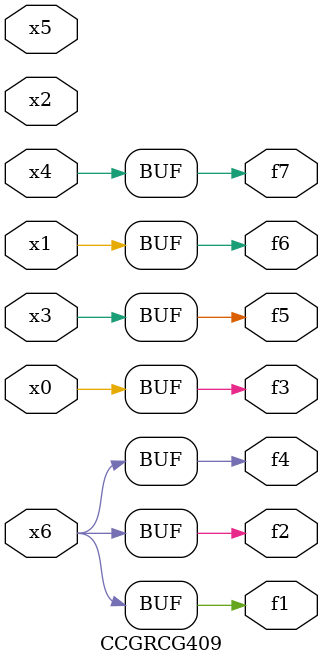
<source format=v>
module CCGRCG409(
	input x0, x1, x2, x3, x4, x5, x6,
	output f1, f2, f3, f4, f5, f6, f7
);
	assign f1 = x6;
	assign f2 = x6;
	assign f3 = x0;
	assign f4 = x6;
	assign f5 = x3;
	assign f6 = x1;
	assign f7 = x4;
endmodule

</source>
